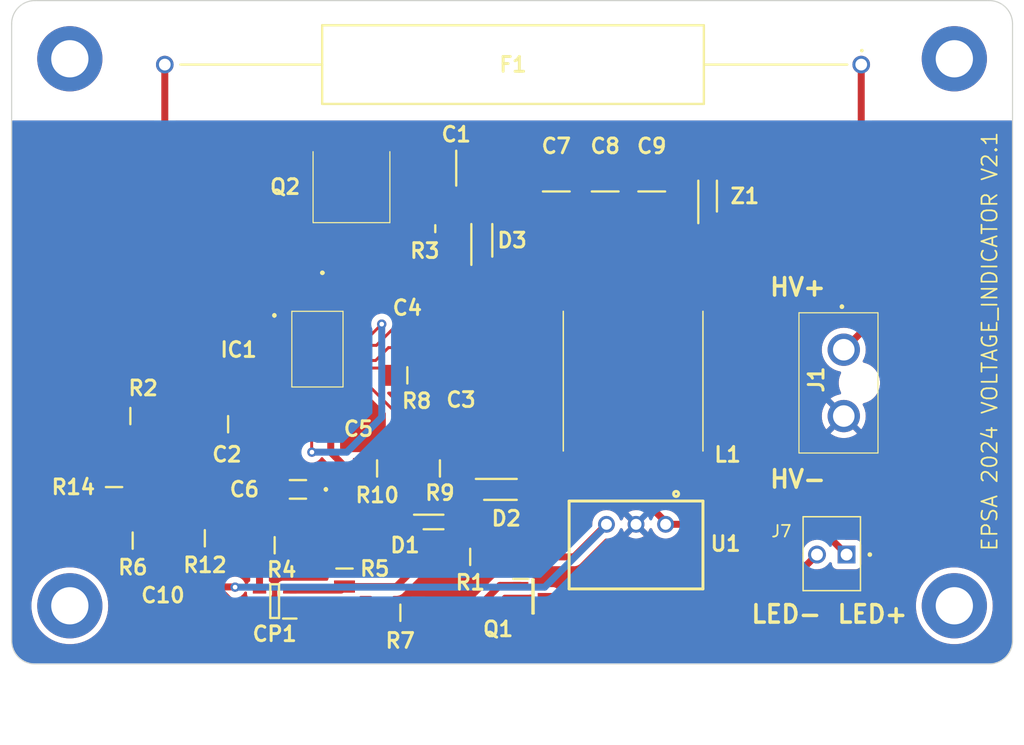
<source format=kicad_pcb>
(kicad_pcb (version 20240108) (generator "pcbnew") (generator_version "8.0")
  (layers (0 "F.Cu" signal) (31 "B.Cu" signal) (34 "B.Paste" user) (35 "F.Paste" user) (36 "B.SilkS" user "B.Silkscreen") (37 "F.SilkS" user "F.Silkscreen") (38 "B.Mask" user) (39 "F.Mask" user) (44 "Edge.Cuts" user))
  (net 0 "")
  (net 1 "Net-(CP1-OUT)")
  (net 2 "0")
  (net 3 "Net-(CP1-IN-)")
  (net 4 "Net-(CP1-IN+)")
  (net 5 "Net-(C3-Pad1)")
  (net 6 "Net-(Q1-Pad1)")
  (net 7 "LED-")
  (net 8 "HV+")
  (net 9 "Net-(R12-Pad2)")
  (net 10 "Net-(R14-Pad1)")
  (net 11 "Net-(D3-K)")
  (net 12 "Net-(IC1-IREG{slash}SS)")
  (net 13 "Net-(IC1-EN{slash}UVLO)")
  (net 14 "Net-(D1-K)")
  (net 15 "+5V")
  (net 16 "+12V")
  (net 17 "Net-(C2-Pad1)")
  (net 18 "Net-(IC1-VC)")
  (net 19 "Net-(D1-A)")
  (net 20 "Net-(IC1-FB)")
  (net 21 "Net-(IC1-DCM)")
  (net 22 "Net-(IC1-SENSE)")
  (net 23 "Net-(IC1-GATE)")
  (net 25 "Net-(F1-Pad1)")
  (footprint "EPSA_lib:CAPC2012X130N" (layer "F.Cu") (at 53.6 96.2 90)
    (property "Reference" "C10" (at 0.1 -3.6 0) (layer "F.SilkS") (effects (font (size 1.27 1.27) (thickness 0.254))))
    (property "Value" "10u" (hide yes))
    (pad "1" smd rect (at -0.82 0 90) (size 1.07 1.47) (layers "F.Cu" "F.Paste" "F.Mask") (net 2 "0"))
    (pad "2" smd rect (at 0.82 0 90) (size 1.07 1.47) (layers "F.Cu" "F.Paste" "F.Mask") (net 15 "+5V"))
  )
  (footprint "" (layer "F.Cu") (at 118 97)
    (property "Reference" "" (at 0 0 0) (layer "F.SilkS") (effects (font (size 1.27 1.27))))
    (property "Value" "")
    (pad "1" thru_hole circle (at 0 0) (size 5.6 5.6) (drill 3.2) (layers "*.Cu" "*.Mask"))
  )
  (footprint "EPSA_lib:CAPC2012X130N" (layer "F.Cu") (at 75.6 77.2)
    (property "Reference" "C3" (at 0.011623 2.1 0) (layer "F.SilkS") (effects (font (size 1.27 1.27) (thickness 0.254))))
    (property "Value" "0.1u" (hide yes))
    (pad "1" smd rect (at -0.82 0) (size 1.07 1.47) (layers "F.Cu" "F.Paste" "F.Mask") (net 5 "Net-(C3-Pad1)"))
    (pad "2" smd rect (at 0.82 0) (size 1.07 1.47) (layers "F.Cu" "F.Paste" "F.Mask") (net 11 "Net-(D3-K)"))
  )
  (footprint "EPSA_lib:WE-PD_1260_1245_1280_121054" (layer "F.Cu") (at 90.4 77.7 90)
    (property "Reference" "L1" (at -6.31 8.12 180) (layer "F.SilkS") (effects (font (size 1.27 1.27) (thickness 0.254))))
    (property "Value" "1m" (hide yes))
    (fp_line (start 6 -6) (end -6 -6) (stroke (width 0.127)) (layer "F.SilkS"))
    (fp_line (start -6 6) (end 6 6) (stroke (width 0.127)) (layer "F.SilkS"))
    (pad "1" smd rect (at -4.95 0 90) (size 2.9 5.4) (layers "F.Cu" "F.Paste" "F.Mask") (net 16 "+12V"))
    (pad "2" smd rect (at 4.95 0 90) (size 2.9 5.4) (layers "F.Cu" "F.Paste" "F.Mask") (net 11 "Net-(D3-K)"))
  )
  (footprint "EPSA_lib:CAPC3216X100N" (layer "F.Cu") (at 55.6 81.4)
    (property "Reference" "C2" (at -0.1 2.6 0) (layer "F.SilkS") (effects (font (size 1.27 1.27) (thickness 0.254))))
    (property "Value" "10p 630V" (hide yes))
    (fp_line (start 0 -0.7) (end 0 0.7) (stroke (width 0.2)) (layer "F.SilkS"))
    (pad "1" smd rect (at -1.55 0) (size 0.72 1.82) (layers "F.Cu" "F.Paste" "F.Mask") (net 17 "Net-(C2-Pad1)"))
    (pad "2" smd rect (at 1.55 0) (size 0.72 1.82) (layers "F.Cu" "F.Paste" "F.Mask") (net 21 "Net-(IC1-DCM)"))
  )
  (footprint "EPSA_lib:CAPC4532X200N" (layer "F.Cu") (at 75.2 59.4)
    (property "Reference" "C1" (at 0 -2.9 0) (layer "F.SilkS") (effects (font (size 1.27 1.27) (thickness 0.254))))
    (property "Value" "0.1u 630V" (hide yes))
    (fp_line (start 0 -1.5) (end 0 1.5) (stroke (width 0.2)) (layer "F.SilkS"))
    (pad "1" smd rect (at -2.2 0) (size 0.91 3.52) (layers "F.Cu" "F.Paste" "F.Mask") (net 8 "HV+"))
    (pad "2" smd rect (at 2.2 0) (size 0.91 3.52) (layers "F.Cu" "F.Paste" "F.Mask") (net 2 "0"))
  )
  (footprint "EPSA_lib:2002411112" (layer "F.Cu") (at 108.5 75 90)
    (property "Reference" "J1" (at -2.563 -2.36 -90) (layer "F.SilkS") (effects (font (size 1.27 1.27) (thickness 0.254))))
    (property "Value" "2P Angle HV 200241-1212" (hide yes))
    (fp_line (start 3.175 -3.85) (end 3.175 2.94) (stroke (width 0.1)) (layer "F.SilkS"))
    (fp_line (start -8.875 -3.85) (end 3.175 -3.85) (stroke (width 0.1)) (layer "F.SilkS"))
    (fp_line (start 3.75 -0.16) (end 3.75 -0.16) (stroke (width 0.3)) (layer "F.SilkS"))
    (fp_line (start 3.65 -0.16) (end 3.65 -0.16) (stroke (width 0.3)) (layer "F.SilkS"))
    (fp_line (start 3.175 2.94) (end -8.875 2.94) (stroke (width 0.1)) (layer "F.SilkS"))
    (fp_line (start -8.875 2.94) (end -8.875 -3.85) (stroke (width 0.1)) (layer "F.SilkS"))
    (fp_arc (start 3.75 -0.16) (mid 3.7 -0.11) (end 3.65 -0.16) (stroke (width 0.3)) (layer "F.SilkS"))
    (fp_arc (start 3.65 -0.16) (mid 3.7 -0.21) (end 3.75 -0.16) (stroke (width 0.3)) (layer "F.SilkS"))
    (pad "" np_thru_hole circle (at -2.85 1.34 90) (size 3.05 3.05) (drill 3.05) (layers "*.Cu" "*.Mask"))
    (pad "1" thru_hole circle (at 0 0 90) (size 2.775 2.775) (drill 1.85) (layers "*.Cu" "*.Mask") (net 25 "Net-(F1-Pad1)"))
    (pad "2" thru_hole circle (at -5.7 0 90) (size 2.775 2.775) (drill 1.85) (layers "*.Cu" "*.Mask") (net 2 "0"))
  )
  (footprint "EPSA_lib:RESC3216X70N" (layer "F.Cu") (at 45.8 86.8 90)
    (property "Reference" "R14" (at 0 -3.5 0) (layer "F.SilkS") (effects (font (size 1.27 1.27) (thickness 0.254))))
    (property "Value" "390k" (hide yes))
    (fp_line (start 0 -0.7) (end 0 0.7) (stroke (width 0.2)) (layer "F.SilkS"))
    (pad "1" smd rect (at -1.55 0 90) (size 1.05 1.8) (layers "F.Cu" "F.Paste" "F.Mask") (net 10 "Net-(R14-Pad1)"))
    (pad "2" smd rect (at 1.55 0 90) (size 1.05 1.8) (layers "F.Cu" "F.Paste" "F.Mask") (net 8 "HV+"))
  )
  (footprint "EPSA_lib:CAPC3225X270N" (layer "F.Cu") (at 83.8 61.4 -90)
    (property "Reference" "C7" (at -3.9 0 0) (layer "F.SilkS") (effects (font (size 1.27 1.27) (thickness 0.254))))
    (property "Value" "47u" (hide yes))
    (fp_line (start 0 -1.15) (end 0 1.15) (stroke (width 0.2)) (layer "F.SilkS"))
    (pad "1" smd rect (at -1.33 0 270) (size 1.26 2.72) (layers "F.Cu" "F.Paste" "F.Mask") (net 2 "0"))
    (pad "2" smd rect (at 1.33 0 270) (size 1.26 2.72) (layers "F.Cu" "F.Paste" "F.Mask") (net 16 "+12V"))
  )
  (footprint "EPSA_lib:RESC3216X70N" (layer "F.Cu") (at 76.4 92.8 180)
    (property "Reference" "R1" (at -0.011901 -2.2 180) (layer "F.SilkS") (effects (font (size 1.27 1.27) (thickness 0.254))))
    (property "Value" "18k" (hide yes))
    (fp_line (start 0 -0.7) (end 0 0.7) (stroke (width 0.2)) (layer "F.SilkS"))
    (pad "1" smd rect (at -1.55 0 180) (size 1.05 1.8) (layers "F.Cu" "F.Paste" "F.Mask") (net 15 "+5V"))
    (pad "2" smd rect (at 1.55 0 180) (size 1.05 1.8) (layers "F.Cu" "F.Paste" "F.Mask") (net 3 "Net-(CP1-IN-)"))
  )
  (footprint "EPSA_lib:SODFL3618X143N" (layer "F.Cu") (at 79 87)
    (property "Reference" "D2" (at 0.5 2.5 0) (layer "F.SilkS") (effects (font (size 1.27 1.27) (thickness 0.254))))
    (property "Value" "Diode US1KFA" (hide yes))
    (fp_line (start -2.11 -0.9) (end 1.4 -0.9) (stroke (width 0.2)) (layer "F.SilkS"))
    (fp_line (start -1.4 0.9) (end 1.4 0.9) (stroke (width 0.2)) (layer "F.SilkS"))
    (pad "1" smd rect (at -1.55 0) (size 1.12 1.22) (layers "F.Cu" "F.Paste" "F.Mask") (net 19 "Net-(D1-A)"))
    (pad "2" smd rect (at 1.55 0) (size 1.12 1.22) (layers "F.Cu" "F.Paste" "F.Mask") (net 16 "+12V"))
  )
  (footprint "EPSA_lib:MOLEX_22-11-2022" (layer "F.Cu") (at 108.74 92.6 180)
    (property "Reference" "J7" (at 5.6 2 180) (layer "F.SilkS"))
    (property "Value" "2P Droit 2-11-2022")
    (fp_line (start 3.735 3.25) (end -1.195 3.25) (stroke (width 0.127)) (layer "F.SilkS"))
    (fp_line (start 3.735 -3.1) (end 3.735 3.25) (stroke (width 0.127)) (layer "F.SilkS"))
    (fp_line (start -1.195 3.25) (end -1.195 -3.1) (stroke (width 0.127)) (layer "F.SilkS"))
    (fp_line (start -1.195 -3.1) (end 3.735 -3.1) (stroke (width 0.127)) (layer "F.SilkS"))
    (fp_circle (center -2 0) (end -1.9 0) (stroke (width 0.2)) (fill none) (layer "F.SilkS"))
    (pad "1" thru_hole rect (at 0 0 180) (size 1.53 1.53) (drill 1.02) (layers "*.Cu" "*.Mask") (net 16 "+12V"))
    (pad "2" thru_hole circle (at 2.54 0 180) (size 1.53 1.53) (drill 1.02) (layers "*.Cu" "*.Mask") (net 7 "LED-"))
  )
  (footprint "EPSA_lib:RESC3216X70N" (layer "F.Cu") (at 47.2 80.7)
    (property "Reference" "R2" (at 1.1 -2.4 0) (layer "F.SilkS") (effects (font (size 1.27 1.27) (thickness 0.254))))
    (property "Value" "10k" (hide yes))
    (fp_line (start 0 -0.7) (end 0 0.7) (stroke (width 0.2)) (layer "F.SilkS"))
    (pad "1" smd rect (at -1.55 0) (size 1.05 1.8) (layers "F.Cu" "F.Paste" "F.Mask") (net 8 "HV+"))
    (pad "2" smd rect (at 1.55 0) (size 1.05 1.8) (layers "F.Cu" "F.Paste" "F.Mask") (net 17 "Net-(C2-Pad1)"))
  )
  (footprint "EPSA_lib:TSR-0.5-2433" (layer "F.Cu") (at 96.4 88 180)
    (property "Reference" "U1" (at -1.944788 -3.669372 180) (layer "F.SilkS") (effects (font (size 1.27 1.27) (thickness 0.254))))
    (property "Value" "Alim LP TSR_0.5-2450" (hide yes))
    (fp_line (start 11.5 0) (end 11.5 -7.55) (stroke (width 0.254)) (layer "F.SilkS"))
    (fp_line (start 11.5 -7.55) (end 0 -7.55) (stroke (width 0.254)) (layer "F.SilkS"))
    (fp_line (start 0 0) (end 11.5 0) (stroke (width 0.254)) (layer "F.SilkS"))
    (fp_line (start 0 -7.55) (end 0 0) (stroke (width 0.254)) (layer "F.SilkS"))
    (fp_circle (center 2.306 0.613) (end 2.306 0.702) (stroke (width 0.254)) (fill none) (layer "F.SilkS"))
    (pad "1" thru_hole circle (at 3.21 -2 180) (size 1.44 1.44) (drill 0.94) (layers "*.Cu" "*.Mask") (net 16 "+12V"))
    (pad "2" thru_hole circle (at 5.75 -2 180) (size 1.44 1.44) (drill 0.94) (layers "*.Cu" "*.Mask") (net 2 "0"))
    (pad "3" thru_hole circle (at 8.29 -2 180) (size 1.44 1.44) (drill 0.94) (layers "*.Cu" "*.Mask") (net 15 "+5V"))
  )
  (footprint "EPSA_lib:SODFL3618X143N" (layer "F.Cu") (at 77.4 65.6 90)
    (property "Reference" "D3" (at 0 2.6 180) (layer "F.SilkS") (effects (font (size 1.27 1.27) (thickness 0.254))))
    (property "Value" "Diode US1KFA" (hide yes))
    (fp_line (start -2.11 -0.9) (end 1.4 -0.9) (stroke (width 0.2)) (layer "F.SilkS"))
    (fp_line (start -1.4 0.9) (end 1.4 0.9) (stroke (width 0.2)) (layer "F.SilkS"))
    (pad "1" smd rect (at -1.55 0 90) (size 1.12 1.22) (layers "F.Cu" "F.Paste" "F.Mask") (net 11 "Net-(D3-K)"))
    (pad "2" smd rect (at 1.55 0 90) (size 1.12 1.22) (layers "F.Cu" "F.Paste" "F.Mask") (net 2 "0"))
  )
  (footprint "" (layer "F.Cu") (at 42 50)
    (property "Reference" "" (at 0 0 0) (layer "F.SilkS") (effects (font (size 1.27 1.27))))
    (property "Value" "")
    (pad "1" thru_hole circle (at 0 0) (size 5.6 5.6) (drill 3.2) (layers "*.Cu" "*.Mask"))
  )
  (footprint "EPSA_lib:SOD3816X135N" (layer "F.Cu") (at 96.8 61.8 90)
    (property "Reference" "Z1" (at 0 3.2 180) (layer "F.SilkS") (effects (font (size 1.27 1.27) (thickness 0.254))))
    (property "Value" "Diode Zener CMHZ4107_TR_PBFREE" (hide yes))
    (fp_line (start -2.325 -0.8) (end 1.325 -0.8) (stroke (width 0.2)) (layer "F.SilkS"))
    (fp_line (start -1.325 0.8) (end 1.325 0.8) (stroke (width 0.2)) (layer "F.SilkS"))
    (pad "1" smd rect (at -1.75 0 180) (size 0.8 1.15) (layers "F.Cu" "F.Paste" "F.Mask") (net 16 "+12V"))
    (pad "2" smd rect (at 1.75 0 180) (size 0.8 1.15) (layers "F.Cu" "F.Paste" "F.Mask") (net 2 "0"))
  )
  (footprint "EPSA_lib:RESC3216X70N" (layer "F.Cu") (at 53.6 91.2 180)
    (property "Reference" "R12" (at -0.011901 -2.3 180) (layer "F.SilkS") (effects (font (size 1.27 1.27) (thickness 0.254))))
    (property "Value" "390k" (hide yes))
    (fp_line (start 0 -0.7) (end 0 0.7) (stroke (width 0.2)) (layer "F.SilkS"))
    (pad "1" smd rect (at -1.55 0 180) (size 1.05 1.8) (layers "F.Cu" "F.Paste" "F.Mask") (net 4 "Net-(CP1-IN+)"))
    (pad "2" smd rect (at 1.55 0 180) (size 1.05 1.8) (layers "F.Cu" "F.Paste" "F.Mask") (net 9 "Net-(R12-Pad2)"))
  )
  (footprint "EPSA_lib:RESC1608X55N" (layer "F.Cu") (at 73.4 64.6)
    (property "Reference" "R3" (at -0.9 1.9 0) (layer "F.SilkS") (effects (font (size 1.27 1.27) (thickness 0.254))))
    (property "Value" "0.22" (hide yes))
    (fp_line (start 0 -0.3) (end 0 0.3) (stroke (width 0.2)) (layer "F.SilkS"))
    (pad "1" smd rect (at -0.85 0) (size 0.8 1) (layers "F.Cu" "F.Paste" "F.Mask") (net 22 "Net-(IC1-SENSE)"))
    (pad "2" smd rect (at 0.85 0) (size 0.8 1) (layers "F.Cu" "F.Paste" "F.Mask") (net 11 "Net-(D3-K)"))
  )
  (footprint "EPSA_lib:RESC3216X70N" (layer "F.Cu") (at 71 77.2)
    (property "Reference" "R8" (at 0.8 2.2 0) (layer "F.SilkS") (effects (font (size 1.27 1.27) (thickness 0.254))))
    (property "Value" "22k" (hide yes))
    (fp_line (start 0 -0.7) (end 0 0.7) (stroke (width 0.2)) (layer "F.SilkS"))
    (pad "1" smd rect (at -1.55 0) (size 1.05 1.8) (layers "F.Cu" "F.Paste" "F.Mask") (net 18 "Net-(IC1-VC)"))
    (pad "2" smd rect (at 1.55 0) (size 1.05 1.8) (layers "F.Cu" "F.Paste" "F.Mask") (net 5 "Net-(C3-Pad1)"))
  )
  (footprint "EPSA_lib:SOT95P237X112-3N" (layer "F.Cu") (at 81.8 96.2)
    (property "Reference" "Q1" (at -3 2.8 0) (layer "F.SilkS") (effects (font (size 1.27 1.27) (thickness 0.254))))
    (property "Value" "NMOS SQ2348ES-T1_GE3" (hide yes))
    (fp_line (start -1.7 -1.5) (end -0.4 -1.5) (stroke (width 0.2)) (layer "F.SilkS"))
    (fp_line (start -0.05 -1.46) (end 0.05 -1.46) (stroke (width 0.2)) (layer "F.SilkS"))
    (fp_line (start -0.05 1.46) (end -0.05 -1.46) (stroke (width 0.2)) (layer "F.SilkS"))
    (fp_line (start 0.05 -1.46) (end 0.05 1.46) (stroke (width 0.2)) (layer "F.SilkS"))
    (fp_line (start 0.05 1.46) (end -0.05 1.46) (stroke (width 0.2)) (layer "F.SilkS"))
    (pad "1" smd rect (at -1.05 -0.95 90) (size 0.6 1.3) (layers "F.Cu" "F.Paste" "F.Mask") (net 6 "Net-(Q1-Pad1)"))
    (pad "2" smd rect (at -1.05 0.95 90) (size 0.6 1.3) (layers "F.Cu" "F.Paste" "F.Mask") (net 2 "0"))
    (pad "3" smd rect (at 1.05 0 90) (size 0.6 1.3) (layers "F.Cu" "F.Paste" "F.Mask") (net 7 "LED-"))
  )
  (footprint "EPSA_lib:RESC3216X70N" (layer "F.Cu") (at 59.6 91.8 180)
    (property "Reference" "R4" (at -0.6 -2.1 180) (layer "F.SilkS") (effects (font (size 1.27 1.27) (thickness 0.254))))
    (property "Value" "10k" (hide yes))
    (fp_line (start 0 -0.7) (end 0 0.7) (stroke (width 0.2)) (layer "F.SilkS"))
    (pad "1" smd rect (at -1.55 0 180) (size 1.05 1.8) (layers "F.Cu" "F.Paste" "F.Mask") (net 2 "0"))
    (pad "2" smd rect (at 1.55 0 180) (size 1.05 1.8) (layers "F.Cu" "F.Paste" "F.Mask") (net 4 "Net-(CP1-IN+)"))
  )
  (footprint "" (layer "F.Cu") (at 42 97)
    (property "Reference" "" (at 0 0 0) (layer "F.SilkS") (effects (font (size 1.27 1.27))))
    (property "Value" "")
    (pad "1" thru_hole circle (at 0 0) (size 5.6 5.6) (drill 3.2) (layers "*.Cu" "*.Mask"))
  )
  (footprint "EPSA_lib:RESC3216X70N" (layer "F.Cu") (at 47.4 91.4 180)
    (property "Reference" "R6" (at -0.011901 -2.3 180) (layer "F.SilkS") (effects (font (size 1.27 1.27) (thickness 0.254))))
    (property "Value" "390k" (hide yes))
    (fp_line (start 0 -0.7) (end 0 0.7) (stroke (width 0.2)) (layer "F.SilkS"))
    (pad "1" smd rect (at -1.55 0 180) (size 1.05 1.8) (layers "F.Cu" "F.Paste" "F.Mask") (net 9 "Net-(R12-Pad2)"))
    (pad "2" smd rect (at 1.55 0 180) (size 1.05 1.8) (layers "F.Cu" "F.Paste" "F.Mask") (net 10 "Net-(R14-Pad1)"))
  )
  (footprint "EPSA_lib:CAPC3225X270N" (layer "F.Cu") (at 92 61.4 -90)
    (property "Reference" "C9" (at -3.9 0 0) (layer "F.SilkS") (effects (font (size 1.27 1.27) (thickness 0.254))))
    (property "Value" "47u" (hide yes))
    (fp_line (start 0 -1.15) (end 0 1.15) (stroke (width 0.2)) (layer "F.SilkS"))
    (pad "1" smd rect (at -1.33 0 270) (size 1.26 2.72) (layers "F.Cu" "F.Paste" "F.Mask") (net 2 "0"))
    (pad "2" smd rect (at 1.33 0 270) (size 1.26 2.72) (layers "F.Cu" "F.Paste" "F.Mask") (net 16 "+12V"))
  )
  (footprint "EPSA_lib:0ADAP0200RE" (layer "F.Cu") (at 110 50.5 180)
    (property "Reference" "F1" (at 29.92 0 180) (layer "F.SilkS") (effects (font (size 1.27 1.27) (thickness 0.254))))
    (property "Value" "200mA" (hide yes))
    (fp_line (start 46.32 3.38) (end 13.52 3.38) (stroke (width 0.2)) (layer "F.SilkS"))
    (fp_line (start 46.32 0) (end 58.5 0) (stroke (width 0.2)) (layer "F.SilkS"))
    (fp_line (start 46.32 -3.38) (end 46.32 3.38) (stroke (width 0.2)) (layer "F.SilkS"))
    (fp_line (start 13.52 3.38) (end 13.52 -3.38) (stroke (width 0.2)) (layer "F.SilkS"))
    (fp_line (start 13.52 -3.38) (end 46.32 -3.38) (stroke (width 0.2)) (layer "F.SilkS"))
    (fp_line (start 1.2 0) (end 13.5 0) (stroke (width 0.2)) (layer "F.SilkS"))
    (fp_line (start 0 1.2) (end 0 1.2) (stroke (width 0.2)) (layer "F.SilkS"))
    (fp_line (start -0.1 1.2) (end -0.1 1.2) (stroke (width 0.2)) (layer "F.SilkS"))
    (fp_line (start -0.1 1.2) (end -0.1 1.2) (stroke (width 0.2)) (layer "F.SilkS"))
    (fp_arc (start 0 1.2) (mid -0.05 1.25) (end -0.1 1.2) (stroke (width 0.2)) (layer "F.SilkS"))
    (fp_arc (start 0 1.2) (mid -0.05 1.25) (end -0.1 1.2) (stroke (width 0.2)) (layer "F.SilkS"))
    (fp_arc (start -0.1 1.2) (mid -0.05 1.15) (end 0 1.2) (stroke (width 0.2)) (layer "F.SilkS"))
    (pad "1" thru_hole circle (at 0 0 180) (size 1.515 1.515) (drill 1.01) (layers "*.Cu" "*.Mask") (net 25 "Net-(F1-Pad1)"))
    (pad "2" thru_hole circle (at 59.84 0 180) (size 1.515 1.515) (drill 1.01) (layers "*.Cu" "*.Mask") (net 8 "HV+"))
  )
  (footprint "EPSA_lib:CAPC2012X130N" (layer "F.Cu") (at 63.6 81.8 180)
    (property "Reference" "C5" (at -3.2 0 180) (layer "F.SilkS") (effects (font (size 1.27 1.27) (thickness 0.254))))
    (property "Value" "10u" (hide yes))
    (pad "1" smd rect (at -0.82 0 180) (size 1.07 1.47) (layers "F.Cu" "F.Paste" "F.Mask") (net 11 "Net-(D3-K)"))
    (pad "2" smd rect (at 0.82 0 180) (size 1.07 1.47) (layers "F.Cu" "F.Paste" "F.Mask") (net 13 "Net-(IC1-EN{slash}UVLO)"))
  )
  (footprint "EPSA_lib:RESC3216X70N" (layer "F.Cu") (at 65.6 93.8 90)
    (property "Reference" "R5" (at -0.011901 2.6 0) (layer "F.SilkS") (effects (font (size 1.27 1.27) (thickness 0.254))))
    (property "Value" "2k" (hide yes))
    (fp_line (start 0 -0.7) (end 0 0.7) (stroke (width 0.2)) (layer "F.SilkS"))
    (pad "1" smd rect (at -1.55 0 90) (size 1.05 1.8) (layers "F.Cu" "F.Paste" "F.Mask") (net 3 "Net-(CP1-IN-)"))
    (pad "2" smd rect (at 1.55 0 90) (size 1.05 1.8) (layers "F.Cu" "F.Paste" "F.Mask") (net 2 "0"))
  )
  (footprint "EPSA_lib:RESC3216X70N" (layer "F.Cu") (at 68.4 85.2 180)
    (property "Reference" "R10" (at -0.011901 -2.3 180) (layer "F.SilkS") (effects (font (size 1.27 1.27) (thickness 0.254))))
    (property "Value" "2.4k" (hide yes))
    (fp_line (start 0 -0.7) (end 0 0.7) (stroke (width 0.2)) (layer "F.SilkS"))
    (pad "1" smd rect (at -1.55 0 180) (size 1.05 1.8) (layers "F.Cu" "F.Paste" "F.Mask") (net 20 "Net-(IC1-FB)"))
    (pad "2" smd rect (at 1.55 0 180) (size 1.05 1.8) (layers "F.Cu" "F.Paste" "F.Mask") (net 11 "Net-(D3-K)"))
  )
  (footprint "EPSA_lib:LT8315EFEPBF" (layer "F.Cu") (at 62.825 74.95 -90)
    (property "Reference" "IC1" (at 0.05 6.325 0) (layer "F.SilkS") (effects (font (size 1.27 1.27) (thickness 0.254))))
    (property "Value" "Contrôleur LT8316EFE#PBF" (hide yes))
    (fp_line (start -3 3.25) (end -3 3.25) (stroke (width 0.2)) (layer "F.SilkS"))
    (fp_line (start -2.8 3.25) (end -2.8 3.25) (stroke (width 0.2)) (layer "F.SilkS"))
    (fp_line (start -3.25 1.75) (end -3.25 -2.65) (stroke (width 0.1)) (layer "F.SilkS"))
    (fp_line (start 3.25 1.75) (end -3.25 1.75) (stroke (width 0.1)) (layer "F.SilkS"))
    (fp_line (start -3.25 -2.65) (end 3.25 -2.65) (stroke (width 0.1)) (layer "F.SilkS"))
    (fp_line (start 3.25 -2.65) (end 3.25 1.75) (stroke (width 0.1)) (layer "F.SilkS"))
    (fp_arc (start -3 3.25) (mid -2.9 3.15) (end -2.8 3.25) (stroke (width 0.2)) (layer "F.SilkS"))
    (fp_arc (start -2.8 3.25) (mid -2.9 3.35) (end -3 3.25) (stroke (width 0.2)) (layer "F.SilkS"))
    (pad "1" smd rect (at -2.925 2.45 270) (size 0.45 0.8) (layers "F.Cu" "F.Paste" "F.Mask") (net 8 "HV+"))
    (pad "2" smd rect (at -2.275 2.45 270) (size 0.45 0.8) (layers "F.Cu" "F.Paste" "F.Mask") (net 8 "HV+"))
    (pad "3" smd rect (at -1.625 2.45 270) (size 0.45 0.8) (layers "F.Cu" "F.Paste" "F.Mask") (net 8 "HV+"))
    (pad "8" smd rect (at 1.625 2.45 270) (size 0.45 0.8) (layers "F.Cu" "F.Paste" "F.Mask") (net 13 "Net-(IC1-EN{slash}UVLO)"))
    (pad "9" smd rect (at 2.275 2.45 270) (size 0.45 0.8) (layers "F.Cu" "F.Paste" "F.Mask") (net 14 "Net-(D1-K)"))
    (pad "10" smd rect (at 2.925 2.45 270) (size 0.45 0.8) (layers "F.Cu" "F.Paste" "F.Mask") (net 21 "Net-(IC1-DCM)"))
    (pad "11" smd rect (at 2.925 -3.35 270) (size 0.45 0.8) (layers "F.Cu" "F.Paste" "F.Mask"))
    (pad "12" smd rect (at 2.275 -3.35 270) (size 0.45 0.8) (layers "F.Cu" "F.Paste" "F.Mask") (net 20 "Net-(IC1-FB)"))
    (pad "13" smd rect (at 1.625 -3.35 270) (size 0.45 0.8) (layers "F.Cu" "F.Paste" "F.Mask") (net 18 "Net-(IC1-VC)"))
    (pad "14" smd rect (at 0.975 -3.35 270) (size 0.45 0.8) (layers "F.Cu" "F.Paste" "F.Mask") (net 12 "Net-(IC1-IREG{slash}SS)"))
    (pad "15" smd rect (at 0.325 -3.35 270) (size 0.45 0.8) (layers "F.Cu" "F.Paste" "F.Mask") (net 11 "Net-(D3-K)"))
    (pad "16" smd rect (at -0.325 -3.35 270) (size 0.45 0.8) (layers "F.Cu" "F.Paste" "F.Mask") (net 11 "Net-(D3-K)"))
    (pad "17" smd rect (at -0.975 -3.35 270) (size 0.45 0.8) (layers "F.Cu" "F.Paste" "F.Mask") (net 13 "Net-(IC1-EN{slash}UVLO)"))
    (pad "18" smd rect (at -1.625 -3.35 270) (size 0.45 0.8) (layers "F.Cu" "F.Paste" "F.Mask") (net 22 "Net-(IC1-SENSE)"))
    (pad "19" smd rect (at -2.275 -3.35 270) (size 0.45 0.8) (layers "F.Cu" "F.Paste" "F.Mask") (net 23 "Net-(IC1-GATE)"))
    (pad "20" smd rect (at -2.925 -3.35 270) (size 0.45 0.8) (layers "F.Cu" "F.Paste" "F.Mask") (net 11 "Net-(D3-K)"))
    (pad "21" smd rect (at 0 -0.92) (size 1.78 5.68) (layers "F.Cu" "F.Paste" "F.Mask") (net 11 "Net-(D3-K)"))
  )
  (footprint "EPSA_lib:TK3P80ERQ" (layer "F.Cu") (at 66.2 66.4)
    (property "Reference" "Q2" (at -5.7 -5.4 0) (layer "F.SilkS") (effects (font (size 1.27 1.27) (thickness 0.254))))
    (property "Value" "NMOS TK3P80E_RQ" (hide yes))
    (fp_line (start -3.3 -8.42) (end -3.3 -2.32) (stroke (width 0.1)) (layer "F.SilkS"))
    (fp_line (start -3.3 -2.32) (end 3.3 -2.32) (stroke (width 0.1)) (layer "F.SilkS"))
    (fp_line (start -2.6 1.99) (end -2.6 1.99) (stroke (width 0.2)) (layer "F.SilkS"))
    (fp_line (start -2.4 1.99) (end -2.4 1.99) (stroke (width 0.2)) (layer "F.SilkS"))
    (fp_line (start 3.3 -2.32) (end 3.3 -8.42) (stroke (width 0.1)) (layer "F.SilkS"))
    (fp_arc (start -2.6 1.99) (mid -2.5 1.89) (end -2.4 1.99) (stroke (width 0.2)) (layer "F.SilkS"))
    (fp_arc (start -2.4 1.99) (mid -2.5 2.09) (end -2.6 1.99) (stroke (width 0.2)) (layer "F.SilkS"))
    (pad "1" smd rect (at -2.3 0) (size 1.6 3) (layers "F.Cu" "F.Paste" "F.Mask") (net 23 "Net-(IC1-GATE)"))
    (pad "2" smd rect (at 0 -6.5) (size 6 6) (layers "F.Cu" "F.Paste" "F.Mask") (net 8 "HV+"))
    (pad "3" smd rect (at 2.3 0) (size 1.6 3) (layers "F.Cu" "F.Paste" "F.Mask") (net 22 "Net-(IC1-SENSE)"))
  )
  (footprint "" (layer "F.Cu") (at 118 50)
    (property "Reference" "" (at 0 0 0) (layer "F.SilkS") (effects (font (size 1.27 1.27))))
    (property "Value" "")
    (pad "1" thru_hole circle (at 0 0) (size 5.6 5.6) (drill 3.2) (layers "*.Cu" "*.Mask"))
  )
  (footprint "EPSA_lib:RESC3216X70N" (layer "F.Cu") (at 70.4 97.6)
    (property "Reference" "R7" (at -0.011901 2.4 0) (layer "F.SilkS") (effects (font (size 1.27 1.27) (thickness 0.254))))
    (property "Value" "1k" (hide yes))
    (fp_line (start 0 -0.7) (end 0 0.7) (stroke (width 0.2)) (layer "F.SilkS"))
    (pad "1" smd rect (at -1.55 0) (size 1.05 1.8) (layers "F.Cu" "F.Paste" "F.Mask") (net 1 "Net-(CP1-OUT)"))
    (pad "2" smd rect (at 1.55 0) (size 1.05 1.8) (layers "F.Cu" "F.Paste" "F.Mask") (net 6 "Net-(Q1-Pad1)"))
  )
  (footprint "EPSA_lib:GRM31x" (layer "F.Cu") (at 61.6 87 180)
    (property "Reference" "C6" (at 4.6 0 180) (layer "F.SilkS") (effects (font (size 1.27 1.27) (thickness 0.254))))
    (property "Value" "10u" (hide yes))
    (fp_line (start -0.7 0.8) (end 0.7 0.8) (stroke (width 0.2)) (layer "F.SilkS"))
    (fp_line (start -0.7 -0.8) (end 0.7 -0.8) (stroke (width 0.2)) (layer "F.SilkS"))
    (fp_line (start -2.4 0.1) (end -2.4 0.1) (stroke (width 0.2)) (layer "F.SilkS"))
    (fp_line (start -2.4 -0.1) (end -2.4 -0.1) (stroke (width 0.2)) (layer "F.SilkS"))
    (fp_arc (start -2.4 0.1) (mid -2.5 0) (end -2.4 -0.1) (stroke (width 0.2)) (layer "F.SilkS"))
    (fp_arc (start -2.4 -0.1) (mid -2.3 0) (end -2.4 0.1) (stroke (width 0.2)) (layer "F.SilkS"))
    (pad "1" smd rect (at -1.475 0 180) (size 1.05 1.6) (layers "F.Cu" "F.Paste" "F.Mask") (net 11 "Net-(D3-K)"))
    (pad "2" smd rect (at 1.475 0 180) (size 1.05 1.6) (layers "F.Cu" "F.Paste" "F.Mask") (net 14 "Net-(D1-K)"))
  )
  (footprint "EPSA_lib:CAPC2012X130N" (layer "F.Cu") (at 71 74 90)
    (property "Reference" "C4" (at 2.6 0 0) (layer "F.SilkS") (effects (font (size 1.27 1.27) (thickness 0.254))))
    (property "Value" "0.1u" (hide yes))
    (pad "1" smd rect (at -0.82 0 90) (size 1.07 1.47) (layers "F.Cu" "F.Paste" "F.Mask") (net 12 "Net-(IC1-IREG{slash}SS)"))
    (pad "2" smd rect (at 0.82 0 90) (size 1.07 1.47) (layers "F.Cu" "F.Paste" "F.Mask") (net 11 "Net-(D3-K)"))
  )
  (footprint "EPSA_lib:SOT95P280X145-5N" (layer "F.Cu") (at 59.6 96.6 180)
    (property "Reference" "CP1" (at 0 -2.821039 180) (layer "F.SilkS") (effects (font (size 1.27 1.27) (thickness 0.254))))
    (property "Value" "Comparateur TS391ILT" (hide yes))
    (fp_line (start 0.375 1.45) (end -0.375 1.45) (stroke (width 0.2)) (layer "F.SilkS"))
    (fp_line (start 0.375 -1.45) (end 0.375 1.45) (stroke (width 0.2)) (layer "F.SilkS"))
    (fp_line (start -0.375 1.45) (end -0.375 -1.45) (stroke (width 0.2)) (layer "F.SilkS"))
    (fp_line (start -0.375 -1.45) (end 0.375 -1.45) (stroke (width 0.2)) (layer "F.SilkS"))
    (fp_line (start -1.875 -1.5) (end -0.725 -1.5) (stroke (width 0.2)) (layer "F.SilkS"))
    (pad "1" smd rect (at -1.3 -0.95 270) (size 0.6 1.15) (layers "F.Cu" "F.Paste" "F.Mask") (net 1 "Net-(CP1-OUT)"))
    (pad "2" smd rect (at -1.3 0 270) (size 0.6 1.15) (layers "F.Cu" "F.Paste" "F.Mask") (net 2 "0"))
    (pad "3" smd rect (at -1.3 0.95 270) (size 0.6 1.15) (layers "F.Cu" "F.Paste" "F.Mask") (net 3 "Net-(CP1-IN-)"))
    (pad "4" smd rect (at 1.3 0.95 270) (size 0.6 1.15) (layers "F.Cu" "F.Paste" "F.Mask") (net 4 "Net-(CP1-IN+)"))
    (pad "5" smd rect (at 1.3 -0.95 270) (size 0.6 1.15) (layers "F.Cu" "F.Paste" "F.Mask") (net 15 "+5V"))
  )
  (footprint "EPSA_lib:RESC3216X70N" (layer "F.Cu") (at 73.8 85.2)
    (property "Reference" "R9" (at 0 2.1 0) (layer "F.SilkS") (effects (font (size 1.27 1.27) (thickness 0.254))))
    (property "Value" "22k" (hide yes))
    (fp_line (start 0 -0.7) (end 0 0.7) (stroke (width 0.2)) (layer "F.SilkS"))
    (pad "1" smd rect (at -1.55 0) (size 1.05 1.8) (layers "F.Cu" "F.Paste" "F.Mask") (net 20 "Net-(IC1-FB)"))
    (pad "2" smd rect (at 1.55 0) (size 1.05 1.8) (layers "F.Cu" "F.Paste" "F.Mask") (net 19 "Net-(D1-A)"))
  )
  (footprint "EPSA_lib:CAPC3225X270N" (layer "F.Cu") (at 88 61.4 -90)
    (property "Reference" "C8" (at -3.9 0 0) (layer "F.SilkS") (effects (font (size 1.27 1.27) (thickness 0.254))))
    (property "Value" "47u" (hide yes))
    (fp_line (start 0 -1.15) (end 0 1.15) (stroke (width 0.2)) (layer "F.SilkS"))
    (pad "1" smd rect (at -1.33 0 270) (size 1.26 2.72) (layers "F.Cu" "F.Paste" "F.Mask") (net 2 "0"))
    (pad "2" smd rect (at 1.33 0 270) (size 1.26 2.72) (layers "F.Cu" "F.Paste" "F.Mask") (net 16 "+12V"))
  )
  (footprint "EPSA_lib:SOD2512X110N" (layer "F.Cu") (at 73.25 89.8)
    (property "Reference" "D1" (at -2.45 2 0) (layer "F.SilkS") (effects (font (size 1.27 1.27) (thickness 0.254))))
    (property "Value" "Diode CMDSH2-3_TR_PBFREE" (hide yes))
    (fp_line (start -1.675 -0.625) (end 0.85 -0.625) (stroke (width 0.2)) (layer "F.SilkS"))
    (fp_line (start -0.85 0.625) (end 0.85 0.625) (stroke (width 0.2)) (layer "F.SilkS"))
    (pad "1" smd rect (at -1.15 0 90) (size 0.55 1.05) (layers "F.Cu" "F.Paste" "F.Mask") (net 14 "Net-(D1-K)"))
    (pad "2" smd rect (at 1.15 0 90) (size 0.55 1.05) (layers "F.Cu" "F.Paste" "F.Mask") (net 19 "Net-(D1-A)"))
  )
  (gr_arc (start 121 45) (mid 122.414214 45.585786) (end 123 47) (stroke (width 0.1)) (layer "Edge.Cuts"))
  (gr_line (start 39 45) (end 121 45) (stroke (width 0.1)) (layer "Edge.Cuts"))
  (gr_line (start 121 102) (end 39 102) (stroke (width 0.1)) (layer "Edge.Cuts"))
  (gr_line (start 123 47) (end 123 100) (stroke (width 0.1)) (layer "Edge.Cuts"))
  (gr_arc (start 123 100) (mid 122.414214 101.414214) (end 121 102) (stroke (width 0.1)) (layer "Edge.Cuts"))
  (gr_arc (start 37 47) (mid 37.585786 45.585786) (end 39 45) (stroke (width 0.1)) (layer "Edge.Cuts"))
  (gr_line (start 37 100) (end 37 47) (stroke (width 0.1)) (layer "Edge.Cuts"))
  (gr_arc (start 39 102) (mid 37.585786 101.414214) (end 37 100) (stroke (width 0.1)) (layer "Edge.Cuts"))
  (gr_text "EPSA 2024 VOLTAGE_INDICATOR V2.1" (at 121.8 92.4 90) (layer "F.SilkS") (effects (font (size 1.3 1.3)) (justify left bottom)))
  (gr_text "HV+" (at 102 70.5 0) (layer "F.SilkS") (effects (font (size 1.5 1.5) (thickness 0.3) (bold yes)) (justify left bottom)))
  (gr_text "LED+" (at 107.8 98.6 0) (layer "F.SilkS") (effects (font (size 1.5 1.5) (thickness 0.3) (bold yes)) (justify left bottom)))
  (gr_text "LED-" (at 100.4 98.6 0) (layer "F.SilkS") (effects (font (size 1.5 1.5) (thickness 0.3) (bold yes)) (justify left bottom)))
  (gr_text "HV-" (at 102 87 0) (layer "F.SilkS") (effects (font (size 1.5 1.5) (thickness 0.3) (bold yes)) (justify left bottom)))
  (segment (start 60.9 97.55) (end 68.8 97.55) (width 0.6) (layer "F.Cu") (net 1))
  (segment (start 68.8 97.55) (end 68.85 97.6) (width 0.6) (layer "F.Cu") (net 1))
  (segment (start 82.73 59) (end 83.8 60.07) (width 0.6) (layer "F.Cu") (net 2))
  (segment (start 77.8 59) (end 82.73 59) (width 0.6) (layer "F.Cu") (net 2))
  (segment (start 96.58 60.07) (end 96.8 59.85) (width 0.6) (layer "F.Cu") (net 2))
  (segment (start 83.8 60.07) (end 96.58 60.07) (width 0.6) (layer "F.Cu") (net 2))
  (segment (start 67.15 94.4) (end 67.2 94.45) (width 0.25) (layer "F.Cu") (net 2))
  (segment (start 77.4 59.4) (end 77.8 59) (width 0.6) (layer "F.Cu") (net 2))
  (segment (start 77.4 59.4) (end 77.4 64.05) (width 0.6) (layer "F.Cu") (net 2))
  (segment (start 65.3 95.65) (end 65.6 95.35) (width 0.6) (layer "F.Cu") (net 3))
  (segment (start 72.6 92.8) (end 74.85 92.8) (width 0.6) (layer "F.Cu") (net 3))
  (segment (start 65.6 95.35) (end 70.05 95.35) (width 0.6) (layer "F.Cu") (net 3))
  (segment (start 70.05 95.35) (end 72.6 92.8) (width 0.6) (layer "F.Cu") (net 3))
  (segment (start 60.9 95.65) (end 65.3 95.65) (width 0.6) (layer "F.Cu") (net 3))
  (segment (start 58.05 91.8) (end 58 91.85) (width 0.6) (layer "F.Cu") (net 4))
  (segment (start 55.15 91.2) (end 56.2 91.2) (width 0.6) (layer "F.Cu") (net 4))
  (segment (start 56.8 91.8) (end 58.05 91.8) (width 0.6) (layer "F.Cu") (net 4))
  (segment (start 56.2 91.2) (end 56.8 91.8) (width 0.6) (layer "F.Cu") (net 4))
  (segment (start 58 91.85) (end 58 93.6) (width 0.6) (layer "F.Cu") (net 4))
  (segment (start 58 93.6) (end 58.3 93.9) (width 0.6) (layer "F.Cu") (net 4))
  (segment (start 58.3 93.9) (end 58.3 95.65) (width 0.6) (layer "F.Cu") (net 4))
  (segment (start 72.55 77.2) (end 74.78 77.2) (width 0.6) (layer "F.Cu") (net 5))
  (segment (start 76.6 97.6) (end 71.95 97.6) (width 0.6) (layer "F.Cu") (net 6))
  (segment (start 80.75 95.25) (end 78.95 95.25) (width 0.6) (layer "F.Cu") (net 6))
  (segment (start 78.95 95.25) (end 76.6 97.6) (width 0.6) (layer "F.Cu") (net 6))
  (segment (start 82.85 96.2) (end 84.05 97.4) (width 0.6) (layer "F.Cu") (net 7))
  (segment (start 84.05 97.4) (end 101.4 97.4) (width 0.6) (layer "F.Cu") (net 7))
  (segment (start 101.4 97.4) (end 106.2 92.6) (width 0.6) (layer "F.Cu") (net 7))
  (segment (start 45.65 80.7) (end 45.65 81.05) (width 0.6) (layer "F.Cu") (net 8))
  (segment (start 72.5 59.9) (end 73 59.4) (width 0.6) (layer "F.Cu") (net 8))
  (segment (start 50.16 55.785) (end 50.16 50.5) (width 0.6) (layer "F.Cu") (net 8))
  (segment (start 45.8 81.2) (end 45.8 85.25) (width 0.6) (layer "F.Cu") (net 8))
  (segment (start 45.65 76.45) (end 48.775 73.325) (width 0.6) (layer "F.Cu") (net 8))
  (segment (start 66.2 59.9) (end 72.5 59.9) (width 0.6) (layer "F.Cu") (net 8))
  (segment (start 60.375 73.325) (end 60.375 72.025) (width 0.6) (layer "F.Cu") (net 8))
  (segment (start 45.65 80.7) (end 45.65 76.45) (width 0.6) (layer "F.Cu") (net 8))
  (segment (start 48.775 73.325) (end 60.375 73.325) (width 0.6) (layer "F.Cu") (net 8))
  (segment (start 60.375 65.725) (end 66.2 59.9) (width 0.6) (layer "F.Cu") (net 8))
  (segment (start 60.375 66) (end 50.16 55.785) (width 0.6) (layer "F.Cu") (net 8))
  (segment (start 60.375 72.025) (end 60.375 66) (width 0.6) (layer "F.Cu") (net 8))
  (segment (start 45.65 81.05) (end 45.8 81.2) (width 0.6) (layer "F.Cu") (net 8))
  (segment (start 45.65 80.7) (end 45.65 76.55) (width 0.6) (layer "F.Cu") (net 8))
  (segment (start 60.375 66) (end 60.375 65.725) (width 0.6) (layer "F.Cu") (net 8))
  (segment (start 48.95 91.4) (end 51.85 91.4) (width 0.6) (layer "F.Cu") (net 9))
  (segment (start 51.85 91.4) (end 52.05 91.2) (width 0.6) (layer "F.Cu") (net 9))
  (segment (start 45.8 88.35) (end 45.8 91.35) (width 0.6) (layer "F.Cu") (net 10))
  (segment (start 45.8 91.35) (end 45.85 91.4) (width 0.25) (layer "F.Cu") (net 10))
  (segment (start 64.42 83.82) (end 65.8 85.2) (width 0.6) (layer "F.Cu") (net 11))
  (segment (start 66.175 74.625) (end 68.338604 74.625) (width 0.25) (layer "F.Cu") (net 11))
  (segment (start 63.745 79.345) (end 64.42 80.02) (width 0.6) (layer "F.Cu") (net 11))
  (segment (start 63.745 74.95) (end 64.95 74.95) (width 0.25) (layer "F.Cu") (net 11))
  (segment (start 64.42 81.8) (end 64.42 83.82) (width 0.6) (layer "F.Cu") (net 11))
  (segment (start 76.42 77.2) (end 76.42 75.82) (width 0.6) (layer "F.Cu") (net 11))
  (segment (start 66.85 85.2) (end 64.875 85.2) (width 0.6) (layer "F.Cu") (net 11))
  (segment (start 68.338604 74.625) (end 69.783604 73.18) (width 0.25) (layer "F.Cu") (net 11))
  (segment (start 63.745 73.855) (end 65.575 72.025) (width 0.25) (layer "F.Cu") (net 11))
  (segment (start 63.745 74.95) (end 63.745 73.855) (width 0.6) (layer "F.Cu") (net 11))
  (segment (start 63.745 74.95) (end 63.745 79.345) (width 0.6) (layer "F.Cu") (net 11))
  (segment (start 74.25 66.15) (end 75.25 67.15) (width 0.6) (layer "F.Cu") (net 11))
  (segment (start 87.25 67.15) (end 90.4 70.3) (width 0.6) (layer "F.Cu") (net 11))
  (segment (start 77.4 68.38) (end 72.6 73.18) (width 0.6) (layer "F.Cu") (net 11))
  (segment (start 64.42 80.02) (end 64.42 81.8) (width 0.6) (layer "F.Cu") (net 11))
  (segment (start 64.875 85.2) (end 63.075 87) (width 0.6) (layer "F.Cu") (net 11))
  (segment (start 65.8 85.2) (end 66.85 85.2) (width 0.6) (layer "F.Cu") (net 11))
  (segment (start 76.42 75.82) (end 73.19 72.59) (width 0.6) (layer "F.Cu") (net 11))
  (segment (start 75.25 67.15) (end 77.4 67.15) (width 0.6) (layer "F.Cu") (net 11))
  (segment (start 64.95 74.95) (end 65.275 75.275) (width 0.25) (layer "F.Cu") (net 11))
  (segment (start 69.783604 73.18) (end 71 73.18) (width 0.25) (layer "F.Cu") (net 11))
  (segment (start 77.4 67.15) (end 77.4 68.38) (width 0.6) (layer "F.Cu") (net 11))
  (segment (start 90.4 70.3) (end 90.4 72.75) (width 0.6) (layer "F.Cu") (net 11))
  (segment (start 72.6 73.18) (end 71 73.18) (width 0.6) (layer "F.Cu") (net 11))
  (segment (start 66.175 74.625) (end 66.175 75.275) (width 0.25) (layer "F.Cu") (net 11))
  (segment (start 74.25 64.6) (end 74.25 66.15) (width 0.6) (layer "F.Cu") (net 11))
  (segment (start 65.275 75.275) (end 66.175 75.275) (width 0.25) (layer "F.Cu") (net 11))
  (segment (start 77.4 67.15) (end 87.25 67.15) (width 0.6) (layer "F.Cu") (net 11))
  (segment (start 65.575 72.025) (end 66.175 72.025) (width 0.25) (layer "F.Cu") (net 11))
  (segment (start 69.38 74.82) (end 71 74.82) (width 0.25) (layer "F.Cu") (net 12))
  (segment (start 66.175 75.925) (end 68.275 75.925) (width 0.25) (layer "F.Cu") (net 12))
  (segment (start 68.275 75.925) (end 69.38 74.82) (width 0.25) (layer "F.Cu") (net 12))
  (segment (start 61.375 76.575) (end 62.2 77.4) (width 0.25) (layer "F.Cu") (net 13))
  (segment (start 67.625 73.975) (end 68.8 72.8) (width 0.25) (layer "F.Cu") (net 13))
  (segment (start 62.2 79.6) (end 62.78 80.18) (width 0.25) (layer "F.Cu") (net 13))
  (segment (start 62.78 80.18) (end 62.78 81.8) (width 0.25) (layer "F.Cu") (net 13))
  (segment (start 62.78 83.78) (end 62.8 83.8) (width 0.6) (layer "F.Cu") (net 13))
  (segment (start 62.78 81.8) (end 62.78 83.78) (width 0.25) (layer "F.Cu") (net 13))
  (segment (start 60.375 76.575) (end 61.375 76.575) (width 0.25) (layer "F.Cu") (net 13))
  (segment (start 62.2 77.4) (end 62.2 79.6) (width 0.25) (layer "F.Cu") (net 13))
  (segment (start 66.175 73.975) (end 67.625 73.975) (width 0.25) (layer "F.Cu") (net 13))
  (via (at 68.8 72.8) (size 0.8) (drill 0.4) (layers "F.Cu" "B.Cu") (net 13))
  (via (at 62.8 83.8) (size 0.8) (drill 0.4) (layers "F.Cu" "B.Cu") (net 13))
  (segment (start 68.8 80.8) (end 65.8 83.8) (width 0.6) (layer "B.Cu") (net 13))
  (segment (start 65.8 83.8) (end 62.8 83.8) (width 0.6) (layer "B.Cu") (net 13))
  (segment (start 68.8 72.8) (end 68.8 80.8) (width 0.6) (layer "B.Cu") (net 13))
  (segment (start 60.125 87) (end 60.125 89.025) (width 0.6) (layer "F.Cu") (net 14))
  (segment (start 60.9 89.8) (end 72.1 89.8) (width 0.6) (layer "F.Cu") (net 14))
  (segment (start 61.4 84) (end 60.125 85.275) (width 0.25) (layer "F.Cu") (net 14))
  (segment (start 60.125 85.275) (end 60.125 87) (width 0.25) (layer "F.Cu") (net 14))
  (segment (start 60.375 77.225) (end 61.025 77.225) (width 0.25) (layer "F.Cu") (net 14))
  (segment (start 61.4 77.6) (end 61.4 84) (width 0.25) (layer "F.Cu") (net 14))
  (segment (start 60.125 89.025) (end 60.9 89.8) (width 0.6) (layer "F.Cu") (net 14))
  (segment (start 61.025 77.225) (end 61.4 77.6) (width 0.25) (layer "F.Cu") (net 14))
  (segment (start 53.6 95.38) (end 54.58 95.38) (width 0.6) (layer "F.Cu") (net 15))
  (segment (start 56.75 97.55) (end 58.3 97.55) (width 0.6) (layer "F.Cu") (net 15))
  (segment (start 54.58 95.38) (end 56.75 97.55) (width 0.6) (layer "F.Cu") (net 15))
  (segment (start 56.18 95.38) (end 56.2 95.4) (width 0.6) (layer "F.Cu") (net 15))
  (segment (start 85.31 92.8) (end 88.11 90) (width 0.6) (layer "F.Cu") (net 15))
  (segment (start 54.58 95.38) (end 56.18 95.38) (width 0.6) (layer "F.Cu") (net 15))
  (segment (start 77.95 92.8) (end 85.31 92.8) (width 0.6) (layer "F.Cu") (net 15))
  (via (at 56.2 95.4) (size 0.8) (drill 0.4) (layers "F.Cu" "B.Cu") (net 15))
  (segment (start 56.2 95.4) (end 82.8 95.4) (width 0.6) (layer "B.Cu") (net 15))
  (segment (start 82.8 95.4) (end 88.11 90.09) (width 0.6) (layer "B.Cu") (net 15))
  (segment (start 88.11 90.09) (end 88.11 90) (width 0.6) (layer "B.Cu") (net 15))
  (segment (start 99 80.4) (end 99 65.75) (width 0.6) (layer "F.Cu") (net 16))
  (segment (start 93.19 90) (end 106.14 90) (width 0.6) (layer "F.Cu") (net 16))
  (segment (start 90.4 86.2) (end 90.4 82.65) (width 0.6) (layer "F.Cu") (net 16))
  (segment (start 95.98 62.73) (end 96.8 63.55) (width 0.6) (layer "F.Cu") (net 16))
  (segment (start 99 65.75) (end 96.8 63.55) (width 0.6) (layer "F.Cu") (net 16))
  (segment (start 96.75 82.65) (end 99 80.4) (width 0.6) (layer "F.Cu") (net 16))
  (segment (start 93.19 89.79) (end 90.4 87) (width 0.6) (layer "F.Cu") (net 16))
  (segment (start 90.4 87) (end 89.6 87) (width 0.6) (layer "F.Cu") (net 16))
  (segment (start 80.55 87) (end 89.6 87) (width 0.6) (layer "F.Cu") (net 16))
  (segment (start 83.8 62.73) (end 95.98 62.73) (width 0.6) (layer "F.Cu") (net 16))
  (segment (start 106.14 90) (end 108.74 92.6) (width 0.6) (layer "F.Cu") (net 16))
  (segment (start 90.4 82.65) (end 96.75 82.65) (width 0.6) (layer "F.Cu") (net 16))
  (segment (start 89.6 87) (end 90.4 86.2) (width 0.6) (layer "F.Cu") (net 16))
  (segment (start 93.19 90) (end 93.19 89.79) (width 0.6) (layer "F.Cu") (net 16))
  (segment (start 52.6 81.5) (end 53.95 81.5) (width 0.6) (layer "F.Cu") (net 17))
  (segment (start 51.8 80.7) (end 52.6 81.5) (width 0.6) (layer "F.Cu") (net 17))
  (segment (start 48.75 80.7) (end 51.8 80.7) (width 0.6) (layer "F.Cu") (net 17))
  (segment (start 53.95 81.5) (end 54.05 81.4) (width 0.6) (layer "F.Cu") (net 17))
  (segment (start 68.825 76.575) (end 69.45 77.2) (width 0.25) (layer "F.Cu") (net 18))
  (segment (start 66.175 76.575) (end 68.825 76.575) (width 0.25) (layer "F.Cu") (net 18))
  (segment (start 76.8 85.2) (end 77.45 85.85) (width 0.6) (layer "F.Cu") (net 19))
  (segment (start 77.45 88.65) (end 77.45 87) (width 0.6) (layer "F.Cu") (net 19))
  (segment (start 76.3 89.8) (end 77.45 88.65) (width 0.6) (layer "F.Cu") (net 19))
  (segment (start 74.65 89.8) (end 76.3 89.8) (width 0.6) (layer "F.Cu") (net 19))
  (segment (start 75.35 85.2) (end 76.8 85.2) (width 0.6) (layer "F.Cu") (net 19))
  (segment (start 77.45 85.85) (end 77.45 87) (width 0.6) (layer "F.Cu") (net 19))
  (segment (start 74.4 89.8) (end 74.65 89.8) (width 0.6) (layer "F.Cu") (net 19))
  (segment (start 72.25 85.2) (end 69.95 85.2) (width 0.6) (layer "F.Cu") (net 20))
  (segment (start 69.95 85.2) (end 69.95 80.35) (width 0.6) (layer "F.Cu") (net 20))
  (segment (start 69.95 80.35) (end 66.825 77.225) (width 0.25) (layer "F.Cu") (net 20))
  (segment (start 66.825 77.225) (end 66.175 77.225) (width 0.25) (layer "F.Cu") (net 20))
  (segment (start 60.375 79.225) (end 60.375 78.175) (width 0.25) (layer "F.Cu") (net 21))
  (segment (start 58.2 81.4) (end 60.375 79.225) (width 0.25) (layer "F.Cu") (net 21))
  (segment (start 57.15 81.4) (end 58.2 81.4) (width 0.25) (layer "F.Cu") (net 21))
  (segment (start 60.375 78.175) (end 60.375 77.875) (width 0.25) (layer "F.Cu") (net 21))
  (segment (start 71.5 64.6) (end 72.55 64.6) (width 0.6) (layer "F.Cu") (net 22))
  (segment (start 68.5 71.65) (end 68.5 66.4) (width 0.6) (layer "F.Cu") (net 22))
  (segment (start 69.7 66.4) (end 71.5 64.6) (width 0.6) (layer "F.Cu") (net 22))
  (segment (start 66.175 73.325) (end 66.825 73.325) (width 0.25) (layer "F.Cu") (net 22))
  (segment (start 66.825 73.325) (end 68.5 71.65) (width 0.25) (layer "F.Cu") (net 22))
  (segment (start 68.5 66.4) (end 69.7 66.4) (width 0.6) (layer "F.Cu") (net 22))
  (segment (start 66.9 69.4) (end 63.9 66.4) (width 0.6) (layer "F.Cu") (net 23))
  (segment (start 66.825 72.675) (end 66.9 72.6) (width 0.25) (layer "F.Cu") (net 23))
  (segment (start 66.9 72.6) (end 66.9 69.4) (width 0.25) (layer "F.Cu") (net 23))
  (segment (start 66.175 72.675) (end 66.825 72.675) (width 0.25) (layer "F.Cu") (net 23))
  (segment (start 110 50.5) (end 110 73.5) (width 0.6) (layer "F.Cu") (net 25))
  (segment (start 110 73.5) (end 108.5 75) (width 0.6) (layer "F.Cu") (net 25))
  (zone (net 2) (net_name "0") (layers "F&B.Cu") (connect_pads (clearance 0.5)) (min_thickness 0.25) (fill yes (thermal_gap 0.5) (thermal_bridge_width 0.5))
    (polygon (pts (xy 36 55.3) (xy 36 109) (xy 124 109) (xy 124 55.3)))
  )
)
</source>
